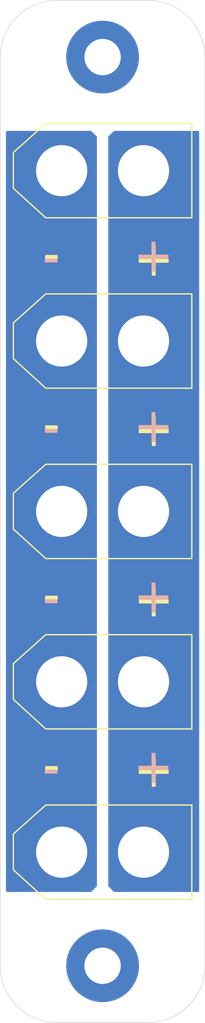
<source format=kicad_pcb>
(kicad_pcb (version 20241229) (generator "pcbnew") (generator_version "9.0")
  (layers (0 "F.Cu" signal) (2 "B.Cu" signal) (13 "F.Paste" user) (15 "B.Paste" user) (5 "F.SilkS" user "F.Silkscreen") (7 "B.SilkS" user "B.Silkscreen") (1 "F.Mask" user) (3 "B.Mask" user) (25 "Edge.Cuts" user))
  (net 0 "")
  (net 1 "GND")
  (net 2 "VDD")
  (footprint "Connector_AMASS:AMASS_XT60-F_1x02_P7.20mm_Vertical" (layer "F.Cu") (at 130.4 95)
    (property "Reference" "J103" (hide yes))
    (property "Value" "Conn_01x02")
    (fp_line (start -4.25 -1.6) (end -4.25 1.55) (stroke (width 0.12)) (layer "F.SilkS"))
    (fp_line (start -4.25 1.55) (end -1.4 4.15) (stroke (width 0.12)) (layer "F.SilkS"))
    (fp_line (start -1.4 -4.15) (end -4.25 -1.6) (stroke (width 0.12)) (layer "F.SilkS"))
    (fp_line (start -1.4 4.15) (end 11.45 4.15) (stroke (width 0.12)) (layer "F.SilkS"))
    (fp_line (start 11.45 -4.15) (end -1.4 -4.15) (stroke (width 0.12)) (layer "F.SilkS"))
    (fp_line (start 11.45 4.15) (end 11.45 -4.15) (stroke (width 0.12)) (layer "F.SilkS"))
    (pad "1" thru_hole roundrect (at 0 0) (size 6 6) (drill 4.5) (layers "*.Cu" "*.Mask") (net 1 "GND"))
    (pad "2" thru_hole circle (at 7.2 0) (size 6 6) (drill 4.5) (layers "*.Cu" "*.Mask") (net 2 "VDD"))
  )
  (footprint "MountingHole:MountingHole_3.2mm_M3_Pad" (layer "F.Cu") (at 134 135)
    (property "Reference" "H102" (hide yes))
    (property "Value" "MountingHole")
    (pad "1" thru_hole circle (at 0 0) (size 6.4 6.4) (drill 3.2) (layers "*.Cu" "*.Mask"))
  )
  (footprint "Connector_AMASS:AMASS_XT60-F_1x02_P7.20mm_Vertical" (layer "F.Cu") (at 130.4 110)
    (property "Reference" "J104" (hide yes))
    (property "Value" "Conn_01x02")
    (fp_line (start -4.25 -1.6) (end -4.25 1.55) (stroke (width 0.12)) (layer "F.SilkS"))
    (fp_line (start -4.25 1.55) (end -1.4 4.15) (stroke (width 0.12)) (layer "F.SilkS"))
    (fp_line (start -1.4 -4.15) (end -4.25 -1.6) (stroke (width 0.12)) (layer "F.SilkS"))
    (fp_line (start -1.4 4.15) (end 11.45 4.15) (stroke (width 0.12)) (layer "F.SilkS"))
    (fp_line (start 11.45 -4.15) (end -1.4 -4.15) (stroke (width 0.12)) (layer "F.SilkS"))
    (fp_line (start 11.45 4.15) (end 11.45 -4.15) (stroke (width 0.12)) (layer "F.SilkS"))
    (pad "1" thru_hole roundrect (at 0 0) (size 6 6) (drill 4.5) (layers "*.Cu" "*.Mask") (net 1 "GND"))
    (pad "2" thru_hole circle (at 7.2 0) (size 6 6) (drill 4.5) (layers "*.Cu" "*.Mask") (net 2 "VDD"))
  )
  (footprint "MountingHole:MountingHole_3.2mm_M3_Pad" (layer "F.Cu") (at 134 55)
    (property "Reference" "H101" (hide yes))
    (property "Value" "MountingHole")
    (pad "1" thru_hole circle (at 0 0) (size 6.4 6.4) (drill 3.2) (layers "*.Cu" "*.Mask"))
  )
  (footprint "Connector_AMASS:AMASS_XT60-F_1x02_P7.20mm_Vertical" (layer "F.Cu") (at 130.4 80)
    (property "Reference" "J101" (hide yes))
    (property "Value" "Conn_01x02")
    (fp_line (start -4.25 -1.6) (end -4.25 1.55) (stroke (width 0.12)) (layer "F.SilkS"))
    (fp_line (start -4.25 1.55) (end -1.4 4.15) (stroke (width 0.12)) (layer "F.SilkS"))
    (fp_line (start -1.4 -4.15) (end -4.25 -1.6) (stroke (width 0.12)) (layer "F.SilkS"))
    (fp_line (start -1.4 4.15) (end 11.45 4.15) (stroke (width 0.12)) (layer "F.SilkS"))
    (fp_line (start 11.45 -4.15) (end -1.4 -4.15) (stroke (width 0.12)) (layer "F.SilkS"))
    (fp_line (start 11.45 4.15) (end 11.45 -4.15) (stroke (width 0.12)) (layer "F.SilkS"))
    (pad "1" thru_hole roundrect (at 0 0) (size 6 6) (drill 4.5) (layers "*.Cu" "*.Mask") (net 1 "GND"))
    (pad "2" thru_hole circle (at 7.2 0) (size 6 6) (drill 4.5) (layers "*.Cu" "*.Mask") (net 2 "VDD"))
  )
  (footprint "Connector_AMASS:AMASS_XT60-M_1x02_P7.20mm_Vertical" (layer "F.Cu") (at 130.4 65)
    (property "Reference" "J102" (hide yes))
    (property "Value" "Conn_01x02")
    (fp_line (start -4.25 -1.6) (end -4.25 1.55) (stroke (width 0.12)) (layer "F.SilkS"))
    (fp_line (start -4.25 1.55) (end -1.4 4.15) (stroke (width 0.12)) (layer "F.SilkS"))
    (fp_line (start -1.4 -4.15) (end -4.25 -1.6) (stroke (width 0.12)) (layer "F.SilkS"))
    (fp_line (start -1.4 4.15) (end 11.45 4.15) (stroke (width 0.12)) (layer "F.SilkS"))
    (fp_line (start 11.45 -4.15) (end -1.4 -4.15) (stroke (width 0.12)) (layer "F.SilkS"))
    (fp_line (start 11.45 4.15) (end 11.45 -4.15) (stroke (width 0.12)) (layer "F.SilkS"))
    (pad "1" thru_hole roundrect (at 0 0) (size 6 6) (drill 4.5) (layers "*.Cu" "*.Mask") (net 1 "GND"))
    (pad "2" thru_hole circle (at 7.2 0) (size 6 6) (drill 4.5) (layers "*.Cu" "*.Mask") (net 2 "VDD"))
  )
  (footprint "Connector_AMASS:AMASS_XT60-F_1x02_P7.20mm_Vertical" (layer "F.Cu") (at 130.4 125)
    (property "Reference" "J105" (hide yes))
    (property "Value" "Conn_01x02")
    (fp_line (start -4.25 -1.6) (end -4.25 1.55) (stroke (width 0.12)) (layer "F.SilkS"))
    (fp_line (start -4.25 1.55) (end -1.4 4.15) (stroke (width 0.12)) (layer "F.SilkS"))
    (fp_line (start -1.4 -4.15) (end -4.25 -1.6) (stroke (width 0.12)) (layer "F.SilkS"))
    (fp_line (start -1.4 4.15) (end 11.45 4.15) (stroke (width 0.12)) (layer "F.SilkS"))
    (fp_line (start 11.45 -4.15) (end -1.4 -4.15) (stroke (width 0.12)) (layer "F.SilkS"))
    (fp_line (start 11.45 4.15) (end 11.45 -4.15) (stroke (width 0.12)) (layer "F.SilkS"))
    (pad "1" thru_hole roundrect (at 0 0) (size 6 6) (drill 4.5) (layers "*.Cu" "*.Mask") (net 1 "GND"))
    (pad "2" thru_hole circle (at 7.2 0) (size 6 6) (drill 4.5) (layers "*.Cu" "*.Mask") (net 2 "VDD"))
  )
  (gr_arc (start 130 140) (mid 126.464466 138.535534) (end 125 135) (stroke (width 0.05)) (layer "Edge.Cuts"))
  (gr_arc (start 143 135) (mid 141.535534 138.535534) (end 138 140) (stroke (width 0.05)) (layer "Edge.Cuts"))
  (gr_line (start 130 140) (end 138 140) (stroke (width 0.05)) (layer "Edge.Cuts"))
  (gr_line (start 125 55) (end 125 135) (stroke (width 0.05)) (layer "Edge.Cuts"))
  (gr_arc (start 138 50) (mid 141.535534 51.464466) (end 143 55) (stroke (width 0.05)) (layer "Edge.Cuts"))
  (gr_arc (start 125 55) (mid 126.464466 51.464466) (end 130 50) (stroke (width 0.05)) (layer "Edge.Cuts"))
  (gr_line (start 138 50) (end 130 50) (stroke (width 0.05)) (layer "Edge.Cuts"))
  (gr_line (start 143 55) (end 143 135) (stroke (width 0.05)) (layer "Edge.Cuts"))
  (gr_text "+" (at 138.5 103 0) (layer "F.SilkS") (effects (font (size 3 3))))
  (gr_text "-" (at 129.5 102.5 0) (layer "F.SilkS") (effects (font (size 3 3))))
  (gr_text "-" (at 129.5 72.5 0) (layer "F.SilkS") (effects (font (size 3 3))))
  (gr_text "-" (at 129.5 87.5 0) (layer "F.SilkS") (effects (font (size 3 3))))
  (gr_text "+" (at 138.5 118 0) (layer "F.SilkS") (effects (font (size 3 3))))
  (gr_text "+" (at 138.5 73 0) (layer "F.SilkS") (effects (font (size 3 3))))
  (gr_text "+" (at 138.5 88 0) (layer "F.SilkS") (effects (font (size 3 3))))
  (gr_text "-" (at 129.5 117.5 0) (layer "F.SilkS") (effects (font (size 3 3))))
  (gr_text "-" (at 129.473902 118 180) (layer "B.SilkS") (effects (font (size 3 3)) (justify mirror)))
  (gr_text "+" (at 138.473902 72.5 180) (layer "B.SilkS") (effects (font (size 3 3)) (justify mirror)))
  (gr_text "+" (at 138.473902 102.5 180) (layer "B.SilkS") (effects (font (size 3 3)) (justify mirror)))
  (gr_text "+" (at 138.473902 117.5 180) (layer "B.SilkS") (effects (font (size 3 3)) (justify mirror)))
  (gr_text "+" (at 138.473902 87.5 180) (layer "B.SilkS") (effects (font (size 3 3)) (justify mirror)))
  (gr_text "-" (at 129.473902 73 180) (layer "B.SilkS") (effects (font (size 3 3)) (justify mirror)))
  (gr_text "-" (at 129.473902 103 180) (layer "B.SilkS") (effects (font (size 3 3)) (justify mirror)))
  (gr_text "-" (at 129.473902 88 180) (layer "B.SilkS") (effects (font (size 3 3)) (justify mirror)))
  (zone (net 1) (net_name "GND") (layers "F.Cu" "B.Cu") (connect_pads yes (clearance 0.5)) (min_thickness 0.25) (fill yes (thermal_gap 0.5) (thermal_bridge_width 0.5))
    (polygon (pts (xy 133.5 128) (xy 133 128.5) (xy 125.201504 128.5) (xy 125 61.5) (xy 133 61.5) (xy 133.5 62)))
  )
  (zone (net 2) (net_name "VDD") (layers "F.Cu" "B.Cu") (connect_pads yes (clearance 0.5)) (min_thickness 0.25) (fill yes (thermal_gap 0.5) (thermal_bridge_width 0.5))
    (polygon (pts (xy 134.5 62) (xy 135 61.5) (xy 142.8 61.5) (xy 143.001504 128.5) (xy 135 128.5) (xy 134.5 128)))
  )
)
</source>
